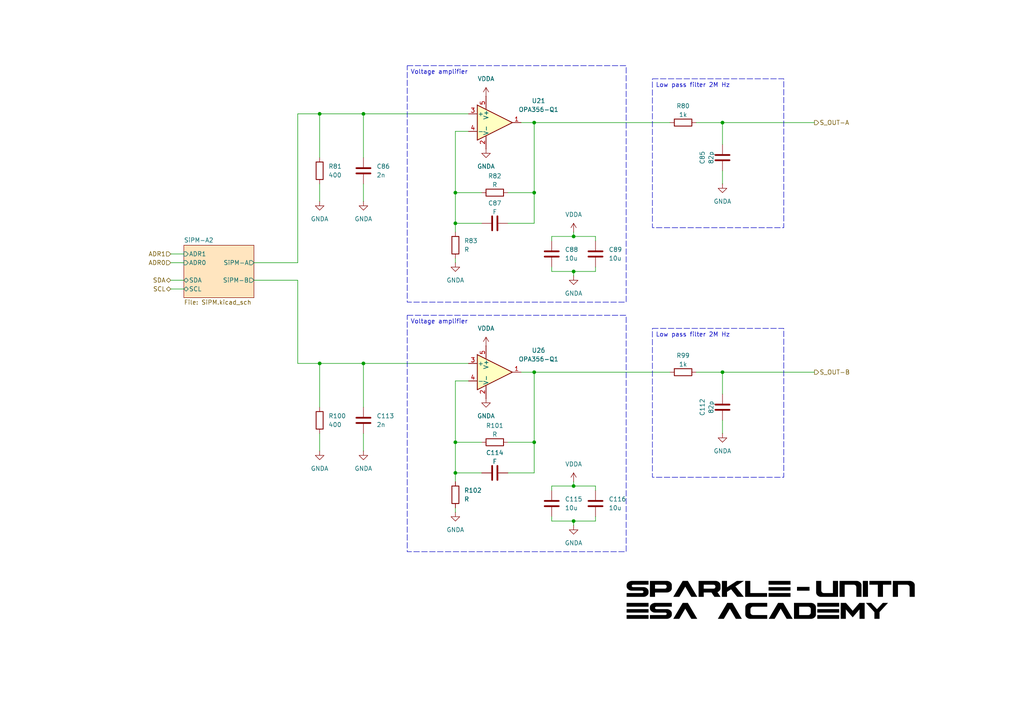
<source format=kicad_sch>
(kicad_sch (version 20231120) (generator "eeschema") (generator_version "8.0")
  (paper "A4")
  (title_block (title "Front-end Electronics for SiPM") (date "2024-10-17") (rev "1.0"))
  (lib_symbols
    (symbol "Amplifier_Operational:OPA356xxDBV" (pin_names (offset 0.127))
      (property "Reference" "U" (at -1.27 6.35 0))
      (property "Value" "OPA356xxDBV" (at -1.27 3.81 0))
      (symbol "OPA356xxDBV_0_1"
        (polyline (pts (xy -5.08 5.08) (xy 5.08 0) (xy -5.08 -5.08) (xy -5.08 5.08)) (stroke (width 0.254)) (fill (type background)))
        (pin power_in line (at -2.54 -7.62 90) (length 3.81) (name "V-") (number "2"))
        (pin power_in line (at -2.54 7.62 270) (length 3.81) (name "V+") (number "5"))
      )
      (symbol "OPA356xxDBV_1_1"
        (pin output line (at 7.62 0 180) (length 2.54) (name "~") (number "1"))
        (pin input line (at -7.62 2.54 0) (length 2.54) (name "+") (number "3"))
        (pin input line (at -7.62 -2.54 0) (length 2.54) (name "-") (number "4"))
      )
    )
    (symbol "Device:C" (pin_numbers hide) (pin_names (offset 0.254))
      (property "Reference" "C" (at 0.635 2.54 0))
      (property "Value" "C" (at 0.635 -2.54 0))
      (symbol "C_0_1"
        (polyline (pts (xy -2.032 -0.762) (xy 2.032 -0.762)) (stroke (width 0.508)))
        (polyline (pts (xy -2.032 0.762) (xy 2.032 0.762)) (stroke (width 0.508)))
      )
      (symbol "C_1_1"
        (pin passive line (at 0 3.81 270) (length 2.794) (name "~") (number "1"))
        (pin passive line (at 0 -3.81 90) (length 2.794) (name "~") (number "2"))
      )
    )
    (symbol "Device:R" (pin_numbers hide) (pin_names (offset 0))
      (property "Reference" "R" (at 2.032 0 90))
      (property "Value" "R" (at 0 0 90))
      (symbol "R_0_1"
        (rectangle (start -1.016 -2.54) (end 1.016 2.54) (stroke (width 0.254)))
      )
      (symbol "R_1_1"
        (pin passive line (at 0 3.81 270) (length 1.27) (name "~") (number "1"))
        (pin passive line (at 0 -3.81 90) (length 1.27) (name "~") (number "2"))
      )
    )
    (symbol "power:GNDA" (power) (pin_numbers hide) (pin_names (offset 0) hide)
      (property "Value" "GNDA" (at 0 -3.81 0))
      (symbol "GNDA_0_1"
        (polyline (pts (xy 0 0) (xy 0 -1.27) (xy 1.27 -1.27) (xy 0 -2.54) (xy -1.27 -1.27) (xy 0 -1.27)))
      )
      (symbol "GNDA_1_1"
        (pin power_in line (at 0 0 270) (length 0) (name "~") (number "1"))
      )
    )
    (symbol "power:VDDA" (power) (pin_numbers hide) (pin_names (offset 0) hide)
      (property "Value" "VDDA" (at 0 3.556 0))
      (symbol "VDDA_0_1"
        (polyline (pts (xy -0.762 1.27) (xy 0 2.54)))
        (polyline (pts (xy 0 0) (xy 0 2.54)))
        (polyline (pts (xy 0 2.54) (xy 0.762 1.27)))
      )
      (symbol "VDDA_1_1"
        (pin power_in line (at 0 0 90) (length 0) (name "~") (number "1"))
      )
    )
  )
  (junction (at 154.94 35.56))
  (junction (at 209.55 107.95))
  (junction (at 132.08 55.88))
  (junction (at 154.94 107.95))
  (junction (at 132.08 137.16))
  (junction (at 154.94 128.27))
  (junction (at 166.37 68.58))
  (junction (at 132.08 128.27))
  (junction (at 92.71 105.41))
  (junction (at 209.55 35.56))
  (junction (at 166.37 151.13))
  (junction (at 132.08 64.77))
  (junction (at 154.94 55.88))
  (junction (at 166.37 140.97))
  (junction (at 105.41 105.41))
  (junction (at 105.41 33.02))
  (junction (at 166.37 78.74))
  (junction (at 92.71 33.02))
  (wire (pts (xy 105.41 33.02) (xy 105.41 45.72)))
  (wire (pts (xy 105.41 105.41) (xy 105.41 118.11)))
  (wire (pts (xy 160.02 151.13) (xy 166.37 151.13)))
  (wire (pts (xy 160.02 78.74) (xy 166.37 78.74)))
  (wire (pts (xy 147.32 128.27) (xy 154.94 128.27)))
  (wire (pts (xy 132.08 38.1) (xy 135.89 38.1)))
  (wire (pts (xy 209.55 107.95) (xy 236.22 107.95)))
  (wire (pts (xy 105.41 33.02) (xy 92.71 33.02)))
  (wire (pts (xy 166.37 151.13) (xy 172.72 151.13)))
  (wire (pts (xy 132.08 64.77) (xy 139.7 64.77)))
  (wire (pts (xy 132.08 128.27) (xy 139.7 128.27)))
  (wire (pts (xy 132.08 128.27) (xy 132.08 110.49)))
  (wire (pts (xy 135.89 33.02) (xy 105.41 33.02)))
  (wire (pts (xy 166.37 78.74) (xy 172.72 78.74)))
  (wire (pts (xy 172.72 140.97) (xy 166.37 140.97)))
  (wire (pts (xy 154.94 137.16) (xy 154.94 128.27)))
  (wire (pts (xy 160.02 140.97) (xy 160.02 142.24)))
  (wire (pts (xy 132.08 55.88) (xy 139.7 55.88)))
  (wire (pts (xy 132.08 148.59) (xy 132.08 147.32)))
  (wire (pts (xy 172.72 68.58) (xy 166.37 68.58)))
  (wire (pts (xy 209.55 121.92) (xy 209.55 125.73)))
  (wire (pts (xy 201.93 107.95) (xy 209.55 107.95)))
  (wire (pts (xy 154.94 64.77) (xy 154.94 55.88)))
  (wire (pts (xy 92.71 33.02) (xy 92.71 45.72)))
  (wire (pts (xy 105.41 125.73) (xy 105.41 130.81)))
  (wire (pts (xy 172.72 69.85) (xy 172.72 68.58)))
  (wire (pts (xy 49.53 81.28) (xy 53.34 81.28)))
  (wire (pts (xy 209.55 49.53) (xy 209.55 53.34)))
  (wire (pts (xy 86.36 76.2) (xy 86.36 33.02)))
  (wire (pts (xy 73.66 81.28) (xy 86.36 81.28)))
  (wire (pts (xy 49.53 83.82) (xy 53.34 83.82)))
  (wire (pts (xy 160.02 77.47) (xy 160.02 78.74)))
  (wire (pts (xy 166.37 80.01) (xy 166.37 78.74)))
  (wire (pts (xy 92.71 130.81) (xy 92.71 125.73)))
  (wire (pts (xy 105.41 53.34) (xy 105.41 58.42)))
  (wire (pts (xy 92.71 105.41) (xy 92.71 118.11)))
  (wire (pts (xy 160.02 149.86) (xy 160.02 151.13)))
  (wire (pts (xy 154.94 55.88) (xy 154.94 35.56)))
  (wire (pts (xy 166.37 140.97) (xy 160.02 140.97)))
  (wire (pts (xy 132.08 55.88) (xy 132.08 38.1)))
  (wire (pts (xy 92.71 105.41) (xy 105.41 105.41)))
  (wire (pts (xy 160.02 68.58) (xy 160.02 69.85)))
  (wire (pts (xy 132.08 137.16) (xy 132.08 139.7)))
  (wire (pts (xy 166.37 139.7) (xy 166.37 140.97)))
  (wire (pts (xy 166.37 68.58) (xy 160.02 68.58)))
  (wire (pts (xy 92.71 58.42) (xy 92.71 53.34)))
  (wire (pts (xy 132.08 64.77) (xy 132.08 67.31)))
  (wire (pts (xy 172.72 77.47) (xy 172.72 78.74)))
  (wire (pts (xy 154.94 128.27) (xy 154.94 107.95)))
  (wire (pts (xy 86.36 33.02) (xy 92.71 33.02)))
  (wire (pts (xy 132.08 128.27) (xy 132.08 137.16)))
  (wire (pts (xy 209.55 107.95) (xy 209.55 114.3)))
  (wire (pts (xy 132.08 55.88) (xy 132.08 64.77)))
  (wire (pts (xy 86.36 81.28) (xy 86.36 105.41)))
  (wire (pts (xy 147.32 55.88) (xy 154.94 55.88)))
  (wire (pts (xy 147.32 64.77) (xy 154.94 64.77)))
  (wire (pts (xy 135.89 105.41) (xy 105.41 105.41)))
  (wire (pts (xy 166.37 67.31) (xy 166.37 68.58)))
  (wire (pts (xy 166.37 152.4) (xy 166.37 151.13)))
  (wire (pts (xy 172.72 149.86) (xy 172.72 151.13)))
  (wire (pts (xy 49.53 73.66) (xy 53.34 73.66)))
  (wire (pts (xy 154.94 35.56) (xy 151.13 35.56)))
  (wire (pts (xy 209.55 35.56) (xy 209.55 41.91)))
  (wire (pts (xy 132.08 110.49) (xy 135.89 110.49)))
  (wire (pts (xy 154.94 35.56) (xy 194.31 35.56)))
  (wire (pts (xy 132.08 76.2) (xy 132.08 74.93)))
  (wire (pts (xy 49.53 76.2) (xy 53.34 76.2)))
  (wire (pts (xy 154.94 107.95) (xy 194.31 107.95)))
  (wire (pts (xy 172.72 142.24) (xy 172.72 140.97)))
  (wire (pts (xy 86.36 105.41) (xy 92.71 105.41)))
  (wire (pts (xy 201.93 35.56) (xy 209.55 35.56)))
  (wire (pts (xy 154.94 107.95) (xy 151.13 107.95)))
  (wire (pts (xy 209.55 35.56) (xy 236.22 35.56)))
  (wire (pts (xy 132.08 137.16) (xy 139.7 137.16)))
  (wire (pts (xy 73.66 76.2) (xy 86.36 76.2)))
  (wire (pts (xy 147.32 137.16) (xy 154.94 137.16)))
  (image (at 223.52 173.99) (scale 0.489235))
  (text_box "Low pass filter 2M Hz" (at 189.23 22.86 0) (size 38.1 43.18) (stroke (width 0) (type dash)) (effects (font (size 1.27 1.27)) (justify left top)))
  (text_box "Voltage amplifier\n" (at 118.11 19.05 0) (size 63.5 68.58) (stroke (width 0) (type dash)) (effects (font (size 1.27 1.27)) (justify left top)))
  (text_box "Voltage amplifier\n" (at 118.11 91.44 0) (size 63.5 68.58) (stroke (width 0) (type dash)) (effects (font (size 1.27 1.27)) (justify left top)))
  (text_box "Low pass filter 2M Hz" (at 189.23 95.25 0) (size 38.1 43.18) (stroke (width 0) (type dash)) (effects (font (size 1.27 1.27)) (justify left top)))
  (hierarchical_label "S_OUT-B" (shape output) (at 236.22 107.95 0))
  (hierarchical_label "SCL" (shape bidirectional) (at 49.53 83.82 180))
  (hierarchical_label "SDA" (shape bidirectional) (at 49.53 81.28 180))
  (hierarchical_label "ADR0" (shape input) (at 49.53 76.2 180))
  (hierarchical_label "ADR1" (shape input) (at 49.53 73.66 180))
  (hierarchical_label "S_OUT-A" (shape output) (at 236.22 35.56 0))
  (symbol (lib_id "Amplifier_Operational:OPA356xxDBV") (at 143.51 107.95 0) (unit 1)
    (property "Reference" "U26" (at 156.21 101.6314 0))
    (property "Value" "OPA356-Q1" (at 156.21 104.1714 0))
    (property "Footprint" "Package_TO_SOT_SMD:SOT-23-5" (effects (hide yes)))
    (property "Datasheet" "http://www.ti.com/lit/ds/symlink/opa356.pdf" (effects (hide yes)))
    (property "Description" "Single High Speed CMOS Operational Amplifier, SOT-23-5" (effects (hide yes)))
    (instances (project "ELS-overall_schematic" (path "" (reference "U26") (unit 1)) (path "" (reference "U22") (unit 1))))
  )
  (symbol (lib_id "power:GNDA") (at 166.37 80.01 0) (unit 1)
    (property "Reference" "#PWR0192" (effects (hide yes)))
    (property "Value" "GNDA" (at 166.37 85.09 0))
    (property "Description" "Power symbol creates a global label with name \"GNDA\" , analog ground" (effects (hide yes)))
    (instances (project "ELS-overall_schematic" (path "" (reference "#PWR0192") (unit 1)) (path "" (reference "#PWR0235") (unit 1))))
  )
  (symbol (lib_id "Device:R") (at 132.08 71.12 180) (unit 1)
    (property "Reference" "R83" (at 134.62 69.8499 0) (effects (justify right)))
    (property "Value" "R" (at 134.62 72.3899 0) (effects (justify right)))
    (property "Footprint" "Resistor_SMD:R_0603_1608Metric_Pad0.98x0.95mm_HandSolder" (effects (hide yes)))
    (property "Description" "Resistor" (effects (hide yes)))
    (instances (project "ELS-overall_schematic" (path "" (reference "R83") (unit 1)) (path "" (reference "R98") (unit 1))))
  )
  (symbol (lib_id "Device:R") (at 198.12 107.95 90) (unit 1)
    (property "Reference" "R99" (at 198.12 103.124 90))
    (property "Value" "1k" (at 198.12 105.664 90))
    (property "Footprint" "Resistor_SMD:R_0603_1608Metric_Pad0.98x0.95mm_HandSolder" (effects (hide yes)))
    (property "Description" "Resistor" (effects (hide yes)))
    (instances (project "ELS-overall_schematic" (path "" (reference "R99") (unit 1)) (path "" (reference "R84") (unit 1))))
  )
  (symbol (lib_id "power:VDDA") (at 140.97 27.94 0) (unit 1)
    (property "Reference" "#PWR0185" (effects (hide yes)))
    (property "Value" "VDDA" (at 140.97 22.86 0))
    (property "Description" "Power symbol creates a global label with name \"VDDA\"" (effects (hide yes)))
    (instances (project "ELS-overall_schematic" (path "" (reference "#PWR0185") (unit 1)) (path "" (reference "#PWR0228") (unit 1))))
  )
  (symbol (lib_id "Device:C") (at 209.55 45.72 180) (unit 1)
    (property "Reference" "C85" (at 203.708 45.72 90))
    (property "Value" "82p" (at 206.248 45.72 90))
    (property "Footprint" "Capacitor_SMD:C_0603_1608Metric_Pad1.08x0.95mm_HandSolder" (effects (hide yes)))
    (property "Description" "Unpolarized capacitor" (effects (hide yes)))
    (instances (project "ELS-overall_schematic" (path "" (reference "C85") (unit 1)) (path "" (reference "C107") (unit 1))))
  )
  (symbol (lib_id "Device:R") (at 143.51 55.88 90) (unit 1)
    (property "Reference" "R82" (at 143.51 51.054 90))
    (property "Value" "R" (at 143.51 53.594 90))
    (property "Footprint" "Resistor_SMD:R_0603_1608Metric_Pad0.98x0.95mm_HandSolder" (effects (hide yes)))
    (property "Description" "Resistor" (effects (hide yes)))
    (instances (project "ELS-overall_schematic" (path "" (reference "R82") (unit 1)) (path "" (reference "R97") (unit 1))))
  )
  (symbol (lib_id "power:VDDA") (at 166.37 67.31 0) (unit 1)
    (property "Reference" "#PWR0190" (effects (hide yes)))
    (property "Value" "VDDA" (at 166.37 62.23 0))
    (property "Description" "Power symbol creates a global label with name \"VDDA\"" (effects (hide yes)))
    (instances (project "ELS-overall_schematic" (path "" (reference "#PWR0190") (unit 1)) (path "" (reference "#PWR0233") (unit 1))))
  )
  (symbol (lib_id "power:GNDA") (at 132.08 76.2 0) (unit 1)
    (property "Reference" "#PWR0191" (effects (hide yes)))
    (property "Value" "GNDA" (at 132.08 81.28 0))
    (property "Description" "Power symbol creates a global label with name \"GNDA\" , analog ground" (effects (hide yes)))
    (instances (project "ELS-overall_schematic" (path "" (reference "#PWR0191") (unit 1)) (path "" (reference "#PWR0234") (unit 1))))
  )
  (symbol (lib_id "Device:C") (at 172.72 146.05 0) (unit 1)
    (property "Reference" "C116" (at 176.53 144.7799 0) (effects (justify left)))
    (property "Value" "10u" (at 176.53 147.3199 0) (effects (justify left)))
    (property "Description" "Unpolarized capacitor" (effects (hide yes)))
    (instances (project "ELS-overall_schematic" (path "" (reference "C116") (unit 1)) (path "" (reference "C94") (unit 1))))
  )
  (symbol (lib_id "Amplifier_Operational:OPA356xxDBV") (at 143.51 35.56 0) (unit 1)
    (property "Reference" "U21" (at 156.21 29.2414 0))
    (property "Value" "OPA356-Q1" (at 156.21 31.7814 0))
    (property "Footprint" "Package_TO_SOT_SMD:SOT-23-5" (effects (hide yes)))
    (property "Datasheet" "http://www.ti.com/lit/ds/symlink/opa356.pdf" (effects (hide yes)))
    (property "Description" "Single High Speed CMOS Operational Amplifier, SOT-23-5" (effects (hide yes)))
    (instances (project "ELS-overall_schematic" (path "" (reference "U21") (unit 1)) (path "" (reference "U25") (unit 1))))
  )
  (symbol (lib_id "power:VDDA") (at 140.97 100.33 0) (unit 1)
    (property "Reference" "#PWR0236" (effects (hide yes)))
    (property "Value" "VDDA" (at 140.97 95.25 0))
    (property "Description" "Power symbol creates a global label with name \"VDDA\"" (effects (hide yes)))
    (instances (project "ELS-overall_schematic" (path "" (reference "#PWR0236") (unit 1)) (path "" (reference "#PWR0193") (unit 1))))
  )
  (symbol (lib_id "power:GNDA") (at 92.71 58.42 0) (unit 1)
    (property "Reference" "#PWR0188" (effects (hide yes)))
    (property "Value" "GNDA" (at 92.71 63.5 0))
    (property "Description" "Power symbol creates a global label with name \"GNDA\" , analog ground" (effects (hide yes)))
    (instances (project "ELS-overall_schematic" (path "" (reference "#PWR0188") (unit 1)) (path "" (reference "#PWR0231") (unit 1))))
  )
  (symbol (lib_id "power:VDDA") (at 166.37 139.7 0) (unit 1)
    (property "Reference" "#PWR0241" (effects (hide yes)))
    (property "Value" "VDDA" (at 166.37 134.62 0))
    (property "Description" "Power symbol creates a global label with name \"VDDA\"" (effects (hide yes)))
    (instances (project "ELS-overall_schematic" (path "" (reference "#PWR0241") (unit 1)) (path "" (reference "#PWR0198") (unit 1))))
  )
  (symbol (lib_id "Device:C") (at 160.02 146.05 0) (unit 1)
    (property "Reference" "C115" (at 163.83 144.7799 0) (effects (justify left)))
    (property "Value" "10u" (at 163.83 147.3199 0) (effects (justify left)))
    (property "Description" "Unpolarized capacitor" (effects (hide yes)))
    (instances (project "ELS-overall_schematic" (path "" (reference "C115") (unit 1)) (path "" (reference "C93") (unit 1))))
  )
  (symbol (lib_id "power:GNDA") (at 166.37 152.4 0) (unit 1)
    (property "Reference" "#PWR0243" (effects (hide yes)))
    (property "Value" "GNDA" (at 166.37 157.48 0))
    (property "Description" "Power symbol creates a global label with name \"GNDA\" , analog ground" (effects (hide yes)))
    (instances (project "ELS-overall_schematic" (path "" (reference "#PWR0243") (unit 1)) (path "" (reference "#PWR0200") (unit 1))))
  )
  (symbol (lib_id "power:GNDA") (at 209.55 53.34 0) (unit 1)
    (property "Reference" "#PWR0187" (effects (hide yes)))
    (property "Value" "GNDA" (at 209.55 58.42 0))
    (property "Description" "Power symbol creates a global label with name \"GNDA\" , analog ground" (effects (hide yes)))
    (instances (project "ELS-overall_schematic" (path "" (reference "#PWR0187") (unit 1)) (path "" (reference "#PWR0230") (unit 1))))
  )
  (symbol (lib_id "power:GNDA") (at 132.08 148.59 0) (unit 1)
    (property "Reference" "#PWR0242" (effects (hide yes)))
    (property "Value" "GNDA" (at 132.08 153.67 0))
    (property "Description" "Power symbol creates a global label with name \"GNDA\" , analog ground" (effects (hide yes)))
    (instances (project "ELS-overall_schematic" (path "" (reference "#PWR0242") (unit 1)) (path "" (reference "#PWR0199") (unit 1))))
  )
  (symbol (lib_id "Device:C") (at 143.51 137.16 90) (unit 1)
    (property "Reference" "C114" (at 143.51 131.318 90))
    (property "Value" "F" (at 143.51 133.858 90))
    (property "Footprint" "Capacitor_SMD:C_0603_1608Metric_Pad1.08x0.95mm_HandSolder" (effects (hide yes)))
    (property "Description" "Unpolarized capacitor" (effects (hide yes)))
    (instances (project "ELS-overall_schematic" (path "" (reference "C114") (unit 1)) (path "" (reference "C92") (unit 1))))
  )
  (symbol (lib_id "power:GNDA") (at 140.97 43.18 0) (unit 1)
    (property "Reference" "#PWR0186" (effects (hide yes)))
    (property "Value" "GNDA" (at 140.97 48.26 0))
    (property "Description" "Power symbol creates a global label with name \"GNDA\" , analog ground" (effects (hide yes)))
    (instances (project "ELS-overall_schematic" (path "" (reference "#PWR0186") (unit 1)) (path "" (reference "#PWR0229") (unit 1))))
  )
  (symbol (lib_id "Device:C") (at 172.72 73.66 0) (unit 1)
    (property "Reference" "C89" (at 176.53 72.3899 0) (effects (justify left)))
    (property "Value" "10u" (at 176.53 74.9299 0) (effects (justify left)))
    (property "Description" "Unpolarized capacitor" (effects (hide yes)))
    (instances (project "ELS-overall_schematic" (path "" (reference "C89") (unit 1)) (path "" (reference "C111") (unit 1))))
  )
  (symbol (lib_id "power:GNDA") (at 92.71 130.81 0) (unit 1)
    (property "Reference" "#PWR0239" (effects (hide yes)))
    (property "Value" "GNDA" (at 92.71 135.89 0))
    (property "Description" "Power symbol creates a global label with name \"GNDA\" , analog ground" (effects (hide yes)))
    (instances (project "ELS-overall_schematic" (path "" (reference "#PWR0239") (unit 1)) (path "" (reference "#PWR0196") (unit 1))))
  )
  (symbol (lib_id "Device:C") (at 143.51 64.77 90) (unit 1)
    (property "Reference" "C87" (at 143.51 58.928 90))
    (property "Value" "F" (at 143.51 61.468 90))
    (property "Footprint" "Capacitor_SMD:C_0603_1608Metric_Pad1.08x0.95mm_HandSolder" (effects (hide yes)))
    (property "Description" "Unpolarized capacitor" (effects (hide yes)))
    (instances (project "ELS-overall_schematic" (path "" (reference "C87") (unit 1)) (path "" (reference "C109") (unit 1))))
  )
  (symbol (lib_id "power:GNDA") (at 105.41 130.81 0) (unit 1)
    (property "Reference" "#PWR0240" (effects (hide yes)))
    (property "Value" "GNDA" (at 105.41 135.89 0))
    (property "Description" "Power symbol creates a global label with name \"GNDA\" , analog ground" (effects (hide yes)))
    (instances (project "ELS-overall_schematic" (path "" (reference "#PWR0240") (unit 1)) (path "" (reference "#PWR0197") (unit 1))))
  )
  (symbol (lib_id "Device:R") (at 198.12 35.56 90) (unit 1)
    (property "Reference" "R80" (at 198.12 30.734 90))
    (property "Value" "1k" (at 198.12 33.274 90))
    (property "Footprint" "Resistor_SMD:R_0603_1608Metric_Pad0.98x0.95mm_HandSolder" (effects (hide yes)))
    (property "Description" "Resistor" (effects (hide yes)))
    (instances (project "ELS-overall_schematic" (path "" (reference "R80") (unit 1)) (path "" (reference "R95") (unit 1))))
  )
  (symbol (lib_id "Device:C") (at 209.55 118.11 180) (unit 1)
    (property "Reference" "C112" (at 203.708 118.11 90))
    (property "Value" "82p" (at 206.248 118.11 90))
    (property "Footprint" "Capacitor_SMD:C_0603_1608Metric_Pad1.08x0.95mm_HandSolder" (effects (hide yes)))
    (property "Description" "Unpolarized capacitor" (effects (hide yes)))
    (instances (project "ELS-overall_schematic" (path "" (reference "C112") (unit 1)) (path "" (reference "C90") (unit 1))))
  )
  (symbol (lib_id "power:GNDA") (at 140.97 115.57 0) (unit 1)
    (property "Reference" "#PWR0237" (effects (hide yes)))
    (property "Value" "GNDA" (at 140.97 120.65 0))
    (property "Description" "Power symbol creates a global label with name \"GNDA\" , analog ground" (effects (hide yes)))
    (instances (project "ELS-overall_schematic" (path "" (reference "#PWR0237") (unit 1)) (path "" (reference "#PWR0194") (unit 1))))
  )
  (symbol (lib_id "Device:R") (at 132.08 143.51 180) (unit 1)
    (property "Reference" "R102" (at 134.62 142.2399 0) (effects (justify right)))
    (property "Value" "R" (at 134.62 144.7799 0) (effects (justify right)))
    (property "Footprint" "Resistor_SMD:R_0603_1608Metric_Pad0.98x0.95mm_HandSolder" (effects (hide yes)))
    (property "Description" "Resistor" (effects (hide yes)))
    (instances (project "ELS-overall_schematic" (path "" (reference "R102") (unit 1)) (path "" (reference "R87") (unit 1))))
  )
  (symbol (lib_id "Device:C") (at 105.41 121.92 180) (unit 1)
    (property "Reference" "C113" (at 109.22 120.6499 0) (effects (justify right)))
    (property "Value" "2n" (at 109.22 123.1899 0) (effects (justify right)))
    (property "Footprint" "Capacitor_SMD:C_0603_1608Metric_Pad1.08x0.95mm_HandSolder" (effects (hide yes)))
    (property "Description" "Unpolarized capacitor" (effects (hide yes)))
    (instances (project "ELS-overall_schematic" (path "" (reference "C113") (unit 1)) (path "" (reference "C91") (unit 1))))
  )
  (symbol (lib_id "Device:R") (at 92.71 49.53 180) (unit 1)
    (property "Reference" "R81" (at 95.25 48.2599 0) (effects (justify right)))
    (property "Value" "400" (at 95.25 50.7999 0) (effects (justify right)))
    (property "Footprint" "Resistor_SMD:R_0603_1608Metric_Pad0.98x0.95mm_HandSolder" (effects (hide yes)))
    (property "Description" "Resistor" (effects (hide yes)))
    (instances (project "ELS-overall_schematic" (path "" (reference "R81") (unit 1)) (path "" (reference "R96") (unit 1))))
  )
  (symbol (lib_id "Device:C") (at 160.02 73.66 0) (unit 1)
    (property "Reference" "C88" (at 163.83 72.3899 0) (effects (justify left)))
    (property "Value" "10u" (at 163.83 74.9299 0) (effects (justify left)))
    (property "Description" "Unpolarized capacitor" (effects (hide yes)))
    (instances (project "ELS-overall_schematic" (path "" (reference "C88") (unit 1)) (path "" (reference "C110") (unit 1))))
  )
  (symbol (lib_id "power:GNDA") (at 105.41 58.42 0) (unit 1)
    (property "Reference" "#PWR0189" (effects (hide yes)))
    (property "Value" "GNDA" (at 105.41 63.5 0))
    (property "Description" "Power symbol creates a global label with name \"GNDA\" , analog ground" (effects (hide yes)))
    (instances (project "ELS-overall_schematic" (path "" (reference "#PWR0189") (unit 1)) (path "" (reference "#PWR0232") (unit 1))))
  )
  (symbol (lib_id "Device:R") (at 143.51 128.27 90) (unit 1)
    (property "Reference" "R101" (at 143.51 123.444 90))
    (property "Value" "R" (at 143.51 125.984 90))
    (property "Footprint" "Resistor_SMD:R_0603_1608Metric_Pad0.98x0.95mm_HandSolder" (effects (hide yes)))
    (property "Description" "Resistor" (effects (hide yes)))
    (instances (project "ELS-overall_schematic" (path "" (reference "R101") (unit 1)) (path "" (reference "R86") (unit 1))))
  )
  (symbol (lib_id "Device:R") (at 92.71 121.92 180) (unit 1)
    (property "Reference" "R100" (at 95.25 120.6499 0) (effects (justify right)))
    (property "Value" "400" (at 95.25 123.1899 0) (effects (justify right)))
    (property "Footprint" "Resistor_SMD:R_0603_1608Metric_Pad0.98x0.95mm_HandSolder" (effects (hide yes)))
    (property "Description" "Resistor" (effects (hide yes)))
    (instances (project "ELS-overall_schematic" (path "" (reference "R100") (unit 1)) (path "" (reference "R85") (unit 1))))
  )
  (symbol (lib_id "power:GNDA") (at 209.55 125.73 0) (unit 1)
    (property "Reference" "#PWR0238" (effects (hide yes)))
    (property "Value" "GNDA" (at 209.55 130.81 0))
    (property "Description" "Power symbol creates a global label with name \"GNDA\" , analog ground" (effects (hide yes)))
    (instances (project "ELS-overall_schematic" (path "" (reference "#PWR0238") (unit 1)) (path "" (reference "#PWR0195") (unit 1))))
  )
  (symbol (lib_id "Device:C") (at 105.41 49.53 180) (unit 1)
    (property "Reference" "C86" (at 109.22 48.2599 0) (effects (justify right)))
    (property "Value" "2n" (at 109.22 50.7999 0) (effects (justify right)))
    (property "Footprint" "Capacitor_SMD:C_0603_1608Metric_Pad1.08x0.95mm_HandSolder" (effects (hide yes)))
    (property "Description" "Unpolarized capacitor" (effects (hide yes)))
    (instances (project "ELS-overall_schematic" (path "" (reference "C86") (unit 1)) (path "" (reference "C108") (unit 1))))
  )
  (sheet (at 53.34 71.12) (size 20.32 15.24) (stroke (width 0.1524)) (fill (color 255 229 191 1.0000))
    (property "Sheetname" "SiPM-A2" (at 53.34 70.4084 0) (effects (justify left bottom)))
    (property "Sheetfile" "SiPM.kicad_sch" (at 53.34 86.9446 0) (effects (justify left top)))
    (pin "SCL" bidirectional (at 53.34 83.82 180))
    (pin "SDA" bidirectional (at 53.34 81.28 180))
    (pin "ADR1" input (at 53.34 73.66 180))
    (pin "ADR0" input (at 53.34 76.2 180))
    (pin "SiPM-B" output (at 73.66 81.28 0))
    (pin "SiPM-A" output (at 73.66 76.2 0))
  )
)
</source>
